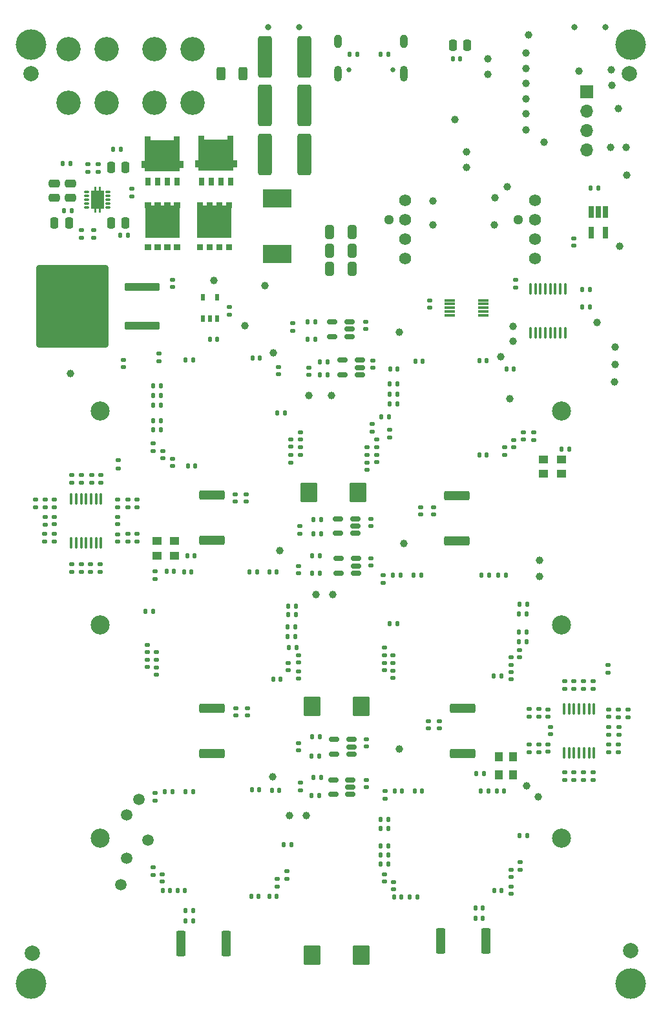
<source format=gbr>
%TF.GenerationSoftware,KiCad,Pcbnew,7.0.6-0*%
%TF.CreationDate,2023-10-22T16:37:53-04:00*%
%TF.ProjectId,bitaxeUltraHex,62697461-7865-4556-9c74-72614865782e,0.9*%
%TF.SameCoordinates,Original*%
%TF.FileFunction,Soldermask,Bot*%
%TF.FilePolarity,Negative*%
%FSLAX46Y46*%
G04 Gerber Fmt 4.6, Leading zero omitted, Abs format (unit mm)*
G04 Created by KiCad (PCBNEW 7.0.6-0) date 2023-10-22 16:37:53*
%MOMM*%
%LPD*%
G01*
G04 APERTURE LIST*
G04 Aperture macros list*
%AMRoundRect*
0 Rectangle with rounded corners*
0 $1 Rounding radius*
0 $2 $3 $4 $5 $6 $7 $8 $9 X,Y pos of 4 corners*
0 Add a 4 corners polygon primitive as box body*
4,1,4,$2,$3,$4,$5,$6,$7,$8,$9,$2,$3,0*
0 Add four circle primitives for the rounded corners*
1,1,$1+$1,$2,$3*
1,1,$1+$1,$4,$5*
1,1,$1+$1,$6,$7*
1,1,$1+$1,$8,$9*
0 Add four rect primitives between the rounded corners*
20,1,$1+$1,$2,$3,$4,$5,0*
20,1,$1+$1,$4,$5,$6,$7,0*
20,1,$1+$1,$6,$7,$8,$9,0*
20,1,$1+$1,$8,$9,$2,$3,0*%
%AMFreePoly0*
4,1,17,-2.699995,4.191000,0.495300,4.191000,0.495300,3.429000,0.000000,3.429000,0.000000,0.381000,0.495300,0.381000,0.495300,-0.381000,-2.699995,-0.381000,-2.699995,-0.875995,-3.604995,-0.875995,-3.604995,-0.381000,-4.029995,-0.381000,-4.029995,4.191000,-3.604995,4.191000,-3.604995,4.685995,-2.699995,4.685995,-2.699995,4.191000,-2.699995,4.191000,$1*%
%AMFreePoly1*
4,1,45,-0.199646,1.700354,-0.199500,1.700000,-0.199500,1.200500,0.199500,1.200500,0.199500,1.700000,0.199646,1.700354,0.200000,1.700500,0.450000,1.700500,0.450354,1.700354,0.450500,1.700000,0.450500,1.200500,0.825000,1.200500,0.825354,1.200354,0.825500,1.200000,0.825500,-1.200000,0.825354,-1.200354,0.825000,-1.200500,0.450500,-1.200500,0.450500,-1.700000,0.450354,-1.700354,
0.450000,-1.700500,0.200000,-1.700500,0.199646,-1.700354,0.199500,-1.700000,0.199500,-1.200500,-0.199500,-1.200500,-0.199500,-1.700000,-0.199646,-1.700354,-0.200000,-1.700500,-0.450000,-1.700500,-0.450354,-1.700354,-0.450500,-1.700000,-0.450500,-1.200500,-0.825000,-1.200500,-0.825354,-1.200354,-0.825500,-1.200000,-0.825500,1.200000,-0.825354,1.200354,-0.825000,1.200500,-0.450500,1.200500,
-0.450500,1.700000,-0.450354,1.700354,-0.450000,1.700500,-0.200000,1.700500,-0.199646,1.700354,-0.199646,1.700354,$1*%
G04 Aperture macros list end*
%ADD10C,2.500000*%
%ADD11C,4.000000*%
%ADD12C,0.990600*%
%ADD13C,3.200000*%
%ADD14C,1.295400*%
%ADD15C,1.574800*%
%ADD16C,0.800000*%
%ADD17R,1.700000X1.700000*%
%ADD18O,1.700000X1.700000*%
%ADD19C,0.650000*%
%ADD20O,1.000000X2.100000*%
%ADD21O,1.000000X1.800000*%
%ADD22RoundRect,0.135000X0.135000X0.185000X-0.135000X0.185000X-0.135000X-0.185000X0.135000X-0.185000X0*%
%ADD23RoundRect,0.140000X0.170000X-0.140000X0.170000X0.140000X-0.170000X0.140000X-0.170000X-0.140000X0*%
%ADD24RoundRect,0.250000X-0.325000X-0.650000X0.325000X-0.650000X0.325000X0.650000X-0.325000X0.650000X0*%
%ADD25RoundRect,0.140000X-0.170000X0.140000X-0.170000X-0.140000X0.170000X-0.140000X0.170000X0.140000X0*%
%ADD26RoundRect,0.140000X0.140000X0.170000X-0.140000X0.170000X-0.140000X-0.170000X0.140000X-0.170000X0*%
%ADD27C,1.000000*%
%ADD28RoundRect,0.135000X0.185000X-0.135000X0.185000X0.135000X-0.185000X0.135000X-0.185000X-0.135000X0*%
%ADD29RoundRect,0.250000X0.475000X-0.250000X0.475000X0.250000X-0.475000X0.250000X-0.475000X-0.250000X0*%
%ADD30RoundRect,0.250000X-0.875000X-1.025000X0.875000X-1.025000X0.875000X1.025000X-0.875000X1.025000X0*%
%ADD31RoundRect,0.140000X-0.140000X-0.170000X0.140000X-0.170000X0.140000X0.170000X-0.140000X0.170000X0*%
%ADD32RoundRect,0.150000X0.512500X0.150000X-0.512500X0.150000X-0.512500X-0.150000X0.512500X-0.150000X0*%
%ADD33RoundRect,0.135000X-0.135000X-0.185000X0.135000X-0.185000X0.135000X0.185000X-0.135000X0.185000X0*%
%ADD34RoundRect,0.250000X-0.650000X-2.450000X0.650000X-2.450000X0.650000X2.450000X-0.650000X2.450000X0*%
%ADD35R,0.650000X1.560000*%
%ADD36RoundRect,0.250000X-0.312500X-0.625000X0.312500X-0.625000X0.312500X0.625000X-0.312500X0.625000X0*%
%ADD37RoundRect,0.135000X-0.185000X0.135000X-0.185000X-0.135000X0.185000X-0.135000X0.185000X0.135000X0*%
%ADD38C,1.500000*%
%ADD39RoundRect,0.100000X0.100000X-0.637500X0.100000X0.637500X-0.100000X0.637500X-0.100000X-0.637500X0*%
%ADD40C,2.000000*%
%ADD41R,0.558800X0.952500*%
%ADD42R,3.700000X2.420000*%
%ADD43RoundRect,0.250000X0.250000X0.475000X-0.250000X0.475000X-0.250000X-0.475000X0.250000X-0.475000X0*%
%ADD44R,0.762000X0.990600*%
%ADD45FreePoly0,90.000000*%
%ADD46R,1.300000X1.100000*%
%ADD47R,1.400000X0.300000*%
%ADD48RoundRect,0.250000X-0.362500X-1.425000X0.362500X-1.425000X0.362500X1.425000X-0.362500X1.425000X0*%
%ADD49RoundRect,0.250000X-0.250000X-0.475000X0.250000X-0.475000X0.250000X0.475000X-0.250000X0.475000X0*%
%ADD50R,0.650000X0.630000*%
%ADD51R,4.500000X4.300000*%
%ADD52RoundRect,0.250000X1.425000X-0.362500X1.425000X0.362500X-1.425000X0.362500X-1.425000X-0.362500X0*%
%ADD53RoundRect,0.250000X0.362500X1.425000X-0.362500X1.425000X-0.362500X-1.425000X0.362500X-1.425000X0*%
%ADD54R,1.100000X1.300000*%
%ADD55RoundRect,0.250000X2.050000X0.300000X-2.050000X0.300000X-2.050000X-0.300000X2.050000X-0.300000X0*%
%ADD56RoundRect,0.250002X4.449998X5.149998X-4.449998X5.149998X-4.449998X-5.149998X4.449998X-5.149998X0*%
%ADD57RoundRect,0.007874X-0.292126X-0.112126X0.292126X-0.112126X0.292126X0.112126X-0.292126X0.112126X0*%
%ADD58C,0.400000*%
%ADD59FreePoly1,0.000000*%
G04 APERTURE END LIST*
%TO.C,Q2*%
G36*
X68690000Y-75920072D02*
G01*
X67900000Y-75920072D01*
X67900000Y-75150072D01*
X68690000Y-75150072D01*
X68690000Y-75920072D01*
G37*
G36*
X69960000Y-75920072D02*
G01*
X69170000Y-75920072D01*
X69170000Y-75150072D01*
X69960000Y-75150072D01*
X69960000Y-75920072D01*
G37*
G36*
X71230000Y-75920072D02*
G01*
X70440000Y-75920072D01*
X70440000Y-75150072D01*
X71230000Y-75150072D01*
X71230000Y-75920072D01*
G37*
G36*
X72500000Y-75920072D02*
G01*
X71710000Y-75920072D01*
X71710000Y-75150072D01*
X72500000Y-75150072D01*
X72500000Y-75920072D01*
G37*
G36*
X68690000Y-70449928D02*
G01*
X67900000Y-70449928D01*
X67900000Y-69679928D01*
X68690000Y-69679928D01*
X68690000Y-70449928D01*
G37*
G36*
X69960000Y-70449928D02*
G01*
X69170000Y-70449928D01*
X69170000Y-69679928D01*
X69960000Y-69679928D01*
X69960000Y-70449928D01*
G37*
G36*
X71230000Y-70449928D02*
G01*
X70440000Y-70449928D01*
X70440000Y-69679928D01*
X71230000Y-69679928D01*
X71230000Y-70449928D01*
G37*
G36*
X72500000Y-70449928D02*
G01*
X71710000Y-70449928D01*
X71710000Y-69679928D01*
X72500000Y-69679928D01*
X72500000Y-70449928D01*
G37*
G36*
X70200000Y-74345199D02*
G01*
X67970001Y-74345199D01*
X67970001Y-70054799D01*
X70200000Y-70054799D01*
X70200000Y-74345199D01*
G37*
G36*
X72429999Y-74345199D02*
G01*
X70200000Y-74345199D01*
X70200000Y-70054799D01*
X72429999Y-70054799D01*
X72429999Y-74345199D01*
G37*
%TO.C,Q4*%
G36*
X75490000Y-75920072D02*
G01*
X74700000Y-75920072D01*
X74700000Y-75150072D01*
X75490000Y-75150072D01*
X75490000Y-75920072D01*
G37*
G36*
X76760000Y-75920072D02*
G01*
X75970000Y-75920072D01*
X75970000Y-75150072D01*
X76760000Y-75150072D01*
X76760000Y-75920072D01*
G37*
G36*
X78030000Y-75920072D02*
G01*
X77240000Y-75920072D01*
X77240000Y-75150072D01*
X78030000Y-75150072D01*
X78030000Y-75920072D01*
G37*
G36*
X79300000Y-75920072D02*
G01*
X78510000Y-75920072D01*
X78510000Y-75150072D01*
X79300000Y-75150072D01*
X79300000Y-75920072D01*
G37*
G36*
X75490000Y-70449928D02*
G01*
X74700000Y-70449928D01*
X74700000Y-69679928D01*
X75490000Y-69679928D01*
X75490000Y-70449928D01*
G37*
G36*
X76760000Y-70449928D02*
G01*
X75970000Y-70449928D01*
X75970000Y-69679928D01*
X76760000Y-69679928D01*
X76760000Y-70449928D01*
G37*
G36*
X78030000Y-70449928D02*
G01*
X77240000Y-70449928D01*
X77240000Y-69679928D01*
X78030000Y-69679928D01*
X78030000Y-70449928D01*
G37*
G36*
X79300000Y-70449928D02*
G01*
X78510000Y-70449928D01*
X78510000Y-69679928D01*
X79300000Y-69679928D01*
X79300000Y-70449928D01*
G37*
G36*
X77000000Y-74345199D02*
G01*
X74770001Y-74345199D01*
X74770001Y-70054799D01*
X77000000Y-70054799D01*
X77000000Y-74345199D01*
G37*
G36*
X79229999Y-74345199D02*
G01*
X77000000Y-74345199D01*
X77000000Y-70054799D01*
X79229999Y-70054799D01*
X79229999Y-74345199D01*
G37*
%TD*%
D10*
%TO.C,H10*%
X122500000Y-153000000D03*
%TD*%
%TO.C,H9*%
X62000000Y-153000000D03*
%TD*%
%TO.C,H8*%
X122500000Y-125000000D03*
%TD*%
%TO.C,H7*%
X62000000Y-125000000D03*
%TD*%
%TO.C,H6*%
X122500000Y-97000000D03*
%TD*%
%TO.C,H5*%
X62000000Y-97000000D03*
%TD*%
D11*
%TO.C,H4*%
X131500000Y-172000000D03*
%TD*%
%TO.C,H3*%
X53000000Y-172000000D03*
%TD*%
%TO.C,H2*%
X131500000Y-49020000D03*
%TD*%
%TO.C,H1*%
X52970000Y-49020000D03*
%TD*%
D12*
%TO.C,J3*%
X129900000Y-57360000D03*
X130916000Y-62440000D03*
X128884000Y-62440000D03*
%TD*%
D13*
%TO.C,J2*%
X62900000Y-56586000D03*
X62900000Y-49586000D03*
X57900000Y-56586000D03*
X57900000Y-49586000D03*
%TD*%
%TO.C,J1*%
X74128000Y-56586000D03*
X74128000Y-49586000D03*
X69128000Y-56586000D03*
X69128000Y-49586000D03*
%TD*%
D14*
%TO.C,J6*%
X116839999Y-71920000D03*
D15*
X119000000Y-77000000D03*
X119000000Y-74460000D03*
X119000000Y-71920000D03*
X119000000Y-69380000D03*
%TD*%
D16*
%TO.C,SW2*%
X124175000Y-46700000D03*
X128225000Y-46700000D03*
%TD*%
D14*
%TO.C,J5*%
X99839999Y-71920000D03*
D15*
X102000000Y-77000000D03*
X102000000Y-74460000D03*
X102000000Y-71920000D03*
X102000000Y-69380000D03*
%TD*%
D16*
%TO.C,SW1*%
X84075000Y-46700000D03*
X88125000Y-46700000D03*
%TD*%
D17*
%TO.C,J7*%
X125800000Y-55200000D03*
D18*
X125800000Y-57740000D03*
X125800000Y-60280000D03*
X125800000Y-62820000D03*
%TD*%
D19*
%TO.C,J4*%
X100400000Y-52300000D03*
X94620000Y-52300000D03*
D20*
X101830000Y-52800000D03*
D21*
X101830000Y-48620000D03*
D20*
X93190000Y-52800000D03*
D21*
X93190000Y-48620000D03*
%TD*%
D22*
%TO.C,R36*%
X70010000Y-99500000D03*
X68990000Y-99500000D03*
%TD*%
D23*
%TO.C,C48*%
X98250000Y-103730000D03*
X98250000Y-102770000D03*
%TD*%
D24*
%TO.C,C21*%
X92125000Y-76000000D03*
X95075000Y-76000000D03*
%TD*%
D25*
%TO.C,C44*%
X97800000Y-90420000D03*
X97800000Y-91380000D03*
%TD*%
D26*
%TO.C,C104*%
X71680000Y-118000000D03*
X70720000Y-118000000D03*
%TD*%
D23*
%TO.C,C97*%
X69400000Y-131580000D03*
X69400000Y-130620000D03*
%TD*%
D27*
%TO.C,TP33*%
X119400000Y-147600000D03*
%TD*%
D28*
%TO.C,R63*%
X53600000Y-109610000D03*
X53600000Y-108590000D03*
%TD*%
D29*
%TO.C,C7*%
X58099000Y-69088000D03*
X58099000Y-67188000D03*
%TD*%
D27*
%TO.C,TP4*%
X83600000Y-80600000D03*
%TD*%
D30*
%TO.C,C150*%
X89800000Y-168300000D03*
X96200000Y-168300000D03*
%TD*%
D28*
%TO.C,R7*%
X59600000Y-74310000D03*
X59600000Y-73290000D03*
%TD*%
D31*
%TO.C,C147*%
X111220000Y-162100000D03*
X112180000Y-162100000D03*
%TD*%
D23*
%TO.C,C122*%
X100500000Y-159660000D03*
X100500000Y-158700000D03*
%TD*%
D32*
%TO.C,U25*%
X94837500Y-145350000D03*
X94837500Y-146300000D03*
X94837500Y-147250000D03*
X92562500Y-147250000D03*
X92562500Y-145350000D03*
%TD*%
D28*
%TO.C,R50*%
X65630000Y-114130000D03*
X65630000Y-113110000D03*
%TD*%
D27*
%TO.C,TP35*%
X84600000Y-144900000D03*
%TD*%
%TO.C,TP11*%
X127100000Y-85400000D03*
%TD*%
D33*
%TO.C,R54*%
X89790000Y-118300000D03*
X90810000Y-118300000D03*
%TD*%
D23*
%TO.C,C83*%
X86700000Y-130980000D03*
X86700000Y-130020000D03*
%TD*%
D26*
%TO.C,C60*%
X74480000Y-104200000D03*
X73520000Y-104200000D03*
%TD*%
D34*
%TO.C,C1*%
X83650000Y-50600000D03*
X88750000Y-50600000D03*
%TD*%
D27*
%TO.C,TP50*%
X117800000Y-56100000D03*
%TD*%
D23*
%TO.C,C123*%
X99300000Y-158660000D03*
X99300000Y-157700000D03*
%TD*%
D28*
%TO.C,R103*%
X131180000Y-137130000D03*
X131180000Y-136110000D03*
%TD*%
D27*
%TO.C,TP31*%
X90300000Y-121100000D03*
%TD*%
D22*
%TO.C,R92*%
X87110000Y-153800000D03*
X86090000Y-153800000D03*
%TD*%
D28*
%TO.C,R93*%
X118230000Y-137100000D03*
X118230000Y-136080000D03*
%TD*%
D27*
%TO.C,TP22*%
X114500000Y-89900000D03*
%TD*%
D35*
%TO.C,U5*%
X126350000Y-70950000D03*
X127300000Y-70950000D03*
X128250000Y-70950000D03*
X128250000Y-73650000D03*
X126350000Y-73650000D03*
%TD*%
D25*
%TO.C,C136*%
X128680000Y-138440000D03*
X128680000Y-139400000D03*
%TD*%
%TO.C,C72*%
X64330000Y-113160000D03*
X64330000Y-114120000D03*
%TD*%
D26*
%TO.C,C58*%
X82980000Y-90100000D03*
X82020000Y-90100000D03*
%TD*%
D36*
%TO.C,R1*%
X77837500Y-52800000D03*
X80762500Y-52800000D03*
%TD*%
D37*
%TO.C,R65*%
X58300000Y-105377500D03*
X58300000Y-106397500D03*
%TD*%
D23*
%TO.C,C3*%
X71500000Y-80780000D03*
X71500000Y-79820000D03*
%TD*%
D25*
%TO.C,C79*%
X88200000Y-112120000D03*
X88200000Y-113080000D03*
%TD*%
D31*
%TO.C,C82*%
X100420000Y-118500000D03*
X101380000Y-118500000D03*
%TD*%
%TO.C,C27*%
X125220000Y-83400000D03*
X126180000Y-83400000D03*
%TD*%
D27*
%TO.C,TP21*%
X115700000Y-95400000D03*
%TD*%
D26*
%TO.C,C43*%
X112680000Y-102800000D03*
X111720000Y-102800000D03*
%TD*%
D22*
%TO.C,R70*%
X87710000Y-122600000D03*
X86690000Y-122600000D03*
%TD*%
D27*
%TO.C,TP15*%
X129100000Y-54300000D03*
%TD*%
D22*
%TO.C,R91*%
X99810000Y-156400000D03*
X98790000Y-156400000D03*
%TD*%
%TO.C,R37*%
X70010000Y-95000000D03*
X68990000Y-95000000D03*
%TD*%
D23*
%TO.C,C50*%
X97000000Y-102730000D03*
X97000000Y-101770000D03*
%TD*%
%TO.C,C105*%
X68200000Y-128600000D03*
X68200000Y-127640000D03*
%TD*%
D38*
%TO.C,TP42*%
X65500000Y-149900000D03*
%TD*%
D27*
%TO.C,TP10*%
X116100000Y-87900000D03*
%TD*%
D39*
%TO.C,U7*%
X122975000Y-86762500D03*
X122325000Y-86762500D03*
X121675000Y-86762500D03*
X121025000Y-86762500D03*
X120375000Y-86762500D03*
X119725000Y-86762500D03*
X119075000Y-86762500D03*
X118425000Y-86762500D03*
X118425000Y-81037500D03*
X119075000Y-81037500D03*
X119725000Y-81037500D03*
X120375000Y-81037500D03*
X121025000Y-81037500D03*
X121675000Y-81037500D03*
X122325000Y-81037500D03*
X122975000Y-81037500D03*
%TD*%
D26*
%TO.C,C133*%
X71160000Y-159800000D03*
X70200000Y-159800000D03*
%TD*%
D22*
%TO.C,R67*%
X87710000Y-123700000D03*
X86690000Y-123700000D03*
%TD*%
D25*
%TO.C,C102*%
X64330000Y-110890000D03*
X64330000Y-111850000D03*
%TD*%
D23*
%TO.C,C81*%
X88000000Y-132080000D03*
X88000000Y-131120000D03*
%TD*%
D32*
%TO.C,U15*%
X94737500Y-85350000D03*
X94737500Y-86300000D03*
X94737500Y-87250000D03*
X92462500Y-87250000D03*
X92462500Y-85350000D03*
%TD*%
D23*
%TO.C,C139*%
X68980000Y-157780000D03*
X68980000Y-156820000D03*
%TD*%
D25*
%TO.C,C74*%
X97500000Y-116320000D03*
X97500000Y-117280000D03*
%TD*%
D23*
%TO.C,C56*%
X85400000Y-92230000D03*
X85400000Y-91270000D03*
%TD*%
D37*
%TO.C,R95*%
X122880000Y-132400000D03*
X122880000Y-133420000D03*
%TD*%
D22*
%TO.C,R6*%
X65710000Y-74000000D03*
X64690000Y-74000000D03*
%TD*%
%TO.C,R61*%
X101010000Y-124900000D03*
X99990000Y-124900000D03*
%TD*%
D25*
%TO.C,C65*%
X69750000Y-89500000D03*
X69750000Y-90460000D03*
%TD*%
D27*
%TO.C,TP49*%
X117800000Y-58100000D03*
%TD*%
D23*
%TO.C,C99*%
X68200000Y-130580000D03*
X68200000Y-129620000D03*
%TD*%
D27*
%TO.C,TP59*%
X110000000Y-63100000D03*
%TD*%
D25*
%TO.C,C78*%
X88000000Y-117320000D03*
X88000000Y-118280000D03*
%TD*%
%TO.C,C121*%
X88000000Y-140520000D03*
X88000000Y-141480000D03*
%TD*%
%TO.C,C55*%
X87000000Y-100750000D03*
X87000000Y-101710000D03*
%TD*%
D27*
%TO.C,TP1*%
X58100000Y-92100000D03*
%TD*%
D25*
%TO.C,C103*%
X56030000Y-110880000D03*
X56030000Y-111840000D03*
%TD*%
D38*
%TO.C,TP40*%
X65500000Y-155600000D03*
%TD*%
D25*
%TO.C,C13*%
X79000000Y-83420000D03*
X79000000Y-84380000D03*
%TD*%
%TO.C,C57*%
X88250000Y-101790000D03*
X88250000Y-102750000D03*
%TD*%
D23*
%TO.C,C96*%
X64330000Y-109600000D03*
X64330000Y-108640000D03*
%TD*%
D37*
%TO.C,R75*%
X65630000Y-108610000D03*
X65630000Y-109630000D03*
%TD*%
D23*
%TO.C,C94*%
X79800000Y-136880000D03*
X79800000Y-135920000D03*
%TD*%
D40*
%TO.C,FID2*%
X53100000Y-168060000D03*
%TD*%
D26*
%TO.C,C138*%
X71480000Y-146900000D03*
X70520000Y-146900000D03*
%TD*%
%TO.C,C116*%
X103580000Y-160700000D03*
X102620000Y-160700000D03*
%TD*%
D33*
%TO.C,R55*%
X89990000Y-113100000D03*
X91010000Y-113100000D03*
%TD*%
D22*
%TO.C,R39*%
X70010000Y-98250000D03*
X68990000Y-98250000D03*
%TD*%
D27*
%TO.C,TP53*%
X117800000Y-50100000D03*
%TD*%
D26*
%TO.C,C109*%
X112880000Y-146800000D03*
X111920000Y-146800000D03*
%TD*%
%TO.C,C128*%
X85180000Y-160620000D03*
X84220000Y-160620000D03*
%TD*%
D23*
%TO.C,C141*%
X81200000Y-108880000D03*
X81200000Y-107920000D03*
%TD*%
D25*
%TO.C,C86*%
X100400000Y-129040000D03*
X100400000Y-130000000D03*
%TD*%
D27*
%TO.C,TP2*%
X76900000Y-79900000D03*
%TD*%
D39*
%TO.C,U23*%
X126730000Y-141762500D03*
X126080000Y-141762500D03*
X125430000Y-141762500D03*
X124780000Y-141762500D03*
X124130000Y-141762500D03*
X123480000Y-141762500D03*
X122830000Y-141762500D03*
X122830000Y-136037500D03*
X123480000Y-136037500D03*
X124130000Y-136037500D03*
X124780000Y-136037500D03*
X125430000Y-136037500D03*
X126080000Y-136037500D03*
X126730000Y-136037500D03*
%TD*%
%TO.C,U18*%
X62150000Y-114250000D03*
X61500000Y-114250000D03*
X60850000Y-114250000D03*
X60200000Y-114250000D03*
X59550000Y-114250000D03*
X58900000Y-114250000D03*
X58250000Y-114250000D03*
X58250000Y-108525000D03*
X58900000Y-108525000D03*
X59550000Y-108525000D03*
X60200000Y-108525000D03*
X60850000Y-108525000D03*
X61500000Y-108525000D03*
X62150000Y-108525000D03*
%TD*%
D27*
%TO.C,TP44*%
X129500000Y-88600000D03*
%TD*%
D41*
%TO.C,U2*%
X77339800Y-84877950D03*
X76400000Y-84877950D03*
X75460200Y-84877950D03*
X75460200Y-82122050D03*
X77339800Y-82122050D03*
%TD*%
D28*
%TO.C,R10*%
X60400000Y-65710000D03*
X60400000Y-64690000D03*
%TD*%
D31*
%TO.C,C151*%
X111320000Y-144500000D03*
X112280000Y-144500000D03*
%TD*%
D27*
%TO.C,TP26*%
X92300000Y-95000000D03*
%TD*%
D23*
%TO.C,C143*%
X79700000Y-108880000D03*
X79700000Y-107920000D03*
%TD*%
D26*
%TO.C,C146*%
X74180000Y-162500000D03*
X73220000Y-162500000D03*
%TD*%
D25*
%TO.C,C120*%
X88300000Y-145720000D03*
X88300000Y-146680000D03*
%TD*%
D27*
%TO.C,TP5*%
X81000000Y-85800000D03*
%TD*%
D33*
%TO.C,R25*%
X89190000Y-87600000D03*
X90210000Y-87600000D03*
%TD*%
D42*
%TO.C,L1*%
X85200000Y-69180000D03*
X85200000Y-76420000D03*
%TD*%
D25*
%TO.C,C124*%
X86500000Y-157320000D03*
X86500000Y-158280000D03*
%TD*%
D22*
%TO.C,R30*%
X99910000Y-97800000D03*
X98890000Y-97800000D03*
%TD*%
D26*
%TO.C,C132*%
X73160000Y-159800000D03*
X72200000Y-159800000D03*
%TD*%
D33*
%TO.C,R109*%
X116990000Y-152600000D03*
X118010000Y-152600000D03*
%TD*%
D25*
%TO.C,C108*%
X115900000Y-157140000D03*
X115900000Y-158100000D03*
%TD*%
D26*
%TO.C,C68*%
X115180000Y-118500000D03*
X114220000Y-118500000D03*
%TD*%
%TO.C,C70*%
X112980000Y-118500000D03*
X112020000Y-118500000D03*
%TD*%
D33*
%TO.C,R19*%
X94690000Y-50300000D03*
X95710000Y-50300000D03*
%TD*%
D27*
%TO.C,TP34*%
X117900000Y-146100000D03*
%TD*%
D31*
%TO.C,C149*%
X111220000Y-163500000D03*
X112180000Y-163500000D03*
%TD*%
D43*
%TO.C,C15*%
X65350000Y-72400000D03*
X63450000Y-72400000D03*
%TD*%
D27*
%TO.C,TP32*%
X92500000Y-121100000D03*
%TD*%
D28*
%TO.C,R22*%
X118800000Y-100810000D03*
X118800000Y-99790000D03*
%TD*%
D40*
%TO.C,FID8*%
X131410000Y-52800000D03*
%TD*%
D37*
%TO.C,R105*%
X126630000Y-132400000D03*
X126630000Y-133420000D03*
%TD*%
D30*
%TO.C,C145*%
X89400000Y-107700000D03*
X95800000Y-107700000D03*
%TD*%
D23*
%TO.C,C84*%
X88000000Y-129980000D03*
X88000000Y-129020000D03*
%TD*%
D25*
%TO.C,C38*%
X117500000Y-99790000D03*
X117500000Y-100750000D03*
%TD*%
D28*
%TO.C,R81*%
X129930000Y-141730000D03*
X129930000Y-140710000D03*
%TD*%
%TO.C,R107*%
X69196000Y-148110000D03*
X69196000Y-147090000D03*
%TD*%
D23*
%TO.C,C101*%
X69400000Y-129580000D03*
X69400000Y-128620000D03*
%TD*%
D38*
%TO.C,TP43*%
X67100000Y-147900000D03*
%TD*%
D23*
%TO.C,C95*%
X106500000Y-138580000D03*
X106500000Y-137620000D03*
%TD*%
D37*
%TO.C,R64*%
X59600000Y-105390000D03*
X59600000Y-106410000D03*
%TD*%
D44*
%TO.C,Q3*%
X79105000Y-66983294D03*
X77835000Y-66983294D03*
X76565000Y-66983294D03*
X75295000Y-66983294D03*
D45*
X79105000Y-61488298D03*
%TD*%
D23*
%TO.C,C135*%
X70180000Y-158680000D03*
X70180000Y-157720000D03*
%TD*%
D25*
%TO.C,C54*%
X88250000Y-99790000D03*
X88250000Y-100750000D03*
%TD*%
D27*
%TO.C,TP20*%
X113800000Y-69100000D03*
%TD*%
D26*
%TO.C,C140*%
X74380000Y-116000000D03*
X73420000Y-116000000D03*
%TD*%
D24*
%TO.C,C20*%
X92125000Y-73600000D03*
X95075000Y-73600000D03*
%TD*%
D40*
%TO.C,FID6*%
X52970000Y-52800000D03*
%TD*%
D22*
%TO.C,R97*%
X99810000Y-151700000D03*
X98790000Y-151700000D03*
%TD*%
D27*
%TO.C,TP25*%
X89400000Y-95000000D03*
%TD*%
D28*
%TO.C,R84*%
X122880000Y-145400000D03*
X122880000Y-144380000D03*
%TD*%
D46*
%TO.C,U17*%
X122450000Y-105250000D03*
X120150000Y-105250000D03*
X120150000Y-103350000D03*
X122450000Y-103350000D03*
%TD*%
D37*
%TO.C,R44*%
X66880000Y-113110000D03*
X66880000Y-114130000D03*
%TD*%
D25*
%TO.C,C45*%
X96800000Y-85320000D03*
X96800000Y-86280000D03*
%TD*%
D28*
%TO.C,R83*%
X124130000Y-145400000D03*
X124130000Y-144380000D03*
%TD*%
%TO.C,R72*%
X66880000Y-109630000D03*
X66880000Y-108610000D03*
%TD*%
D22*
%TO.C,R101*%
X99810000Y-150500000D03*
X98790000Y-150500000D03*
%TD*%
D47*
%TO.C,U12*%
X107800000Y-84500000D03*
X107800000Y-84000000D03*
X107800000Y-83500000D03*
X107800000Y-83000000D03*
X107800000Y-82500000D03*
X112200000Y-82500000D03*
X112200000Y-83000000D03*
X112200000Y-83500000D03*
X112200000Y-84000000D03*
X112200000Y-84500000D03*
%TD*%
D22*
%TO.C,R96*%
X99810000Y-154000000D03*
X98790000Y-154000000D03*
%TD*%
D31*
%TO.C,C46*%
X103320000Y-90500000D03*
X104280000Y-90500000D03*
%TD*%
D22*
%TO.C,R18*%
X99810000Y-50300000D03*
X98790000Y-50300000D03*
%TD*%
D48*
%TO.C,R99*%
X106637500Y-166400000D03*
X112562500Y-166400000D03*
%TD*%
D22*
%TO.C,R28*%
X90210000Y-85300000D03*
X89190000Y-85300000D03*
%TD*%
D32*
%TO.C,U21*%
X95437500Y-111150000D03*
X95437500Y-112100000D03*
X95437500Y-113050000D03*
X93162500Y-113050000D03*
X93162500Y-111150000D03*
%TD*%
D25*
%TO.C,C114*%
X96900000Y-140020000D03*
X96900000Y-140980000D03*
%TD*%
D26*
%TO.C,C107*%
X114980000Y-146800000D03*
X114020000Y-146800000D03*
%TD*%
D22*
%TO.C,R27*%
X91810000Y-90600000D03*
X90790000Y-90600000D03*
%TD*%
D49*
%TO.C,C23*%
X108250000Y-49100000D03*
X110150000Y-49100000D03*
%TD*%
D27*
%TO.C,TP24*%
X101200000Y-86700000D03*
%TD*%
D37*
%TO.C,R77*%
X64400000Y-103490000D03*
X64400000Y-104510000D03*
%TD*%
D27*
%TO.C,TP27*%
X119600000Y-118700000D03*
%TD*%
D26*
%TO.C,C41*%
X112680000Y-90400000D03*
X111720000Y-90400000D03*
%TD*%
D27*
%TO.C,TP16*%
X131000000Y-66100000D03*
%TD*%
D26*
%TO.C,C10*%
X58280000Y-70800000D03*
X57320000Y-70800000D03*
%TD*%
D22*
%TO.C,R17*%
X69010000Y-123300000D03*
X67990000Y-123300000D03*
%TD*%
D23*
%TO.C,C66*%
X69000000Y-102230000D03*
X69000000Y-101270000D03*
%TD*%
D25*
%TO.C,C12*%
X65100000Y-90320000D03*
X65100000Y-91280000D03*
%TD*%
D32*
%TO.C,U26*%
X94937500Y-140050000D03*
X94937500Y-141000000D03*
X94937500Y-141950000D03*
X92662500Y-141950000D03*
X92662500Y-140050000D03*
%TD*%
D23*
%TO.C,C131*%
X128680000Y-137100000D03*
X128680000Y-136140000D03*
%TD*%
D37*
%TO.C,R14*%
X116500000Y-79790000D03*
X116500000Y-80810000D03*
%TD*%
D27*
%TO.C,TP12*%
X116100000Y-85900000D03*
%TD*%
D26*
%TO.C,C87*%
X85180000Y-118100000D03*
X84220000Y-118100000D03*
%TD*%
D31*
%TO.C,C77*%
X84720000Y-132120000D03*
X85680000Y-132120000D03*
%TD*%
%TO.C,C100*%
X73020000Y-118100000D03*
X73980000Y-118100000D03*
%TD*%
D46*
%TO.C,U8*%
X71750000Y-115950000D03*
X69450000Y-115950000D03*
X69450000Y-114050000D03*
X71750000Y-114050000D03*
%TD*%
D25*
%TO.C,C117*%
X120730000Y-140710000D03*
X120730000Y-141670000D03*
%TD*%
D40*
%TO.C,FID4*%
X131570000Y-167670000D03*
%TD*%
D37*
%TO.C,R73*%
X60900000Y-105377500D03*
X60900000Y-106397500D03*
%TD*%
%TO.C,R102*%
X119480000Y-136080000D03*
X119480000Y-137100000D03*
%TD*%
D28*
%TO.C,R80*%
X126630000Y-145400000D03*
X126630000Y-144380000D03*
%TD*%
%TO.C,R78*%
X129980000Y-139410000D03*
X129980000Y-138390000D03*
%TD*%
D23*
%TO.C,C53*%
X98250000Y-101730000D03*
X98250000Y-100770000D03*
%TD*%
D25*
%TO.C,C14*%
X66200000Y-67920000D03*
X66200000Y-68880000D03*
%TD*%
D31*
%TO.C,C134*%
X73220000Y-146900000D03*
X74180000Y-146900000D03*
%TD*%
D27*
%TO.C,TP19*%
X105600000Y-69500000D03*
%TD*%
D50*
%TO.C,Q2*%
X72105000Y-75535072D03*
X70835000Y-75535072D03*
X69565000Y-75535072D03*
X68295000Y-75535072D03*
D51*
X70200000Y-72200000D03*
D50*
X68295000Y-70064928D03*
X69565000Y-70064928D03*
X70835000Y-70064928D03*
X72105000Y-70064928D03*
%TD*%
D25*
%TO.C,C80*%
X56030000Y-113130000D03*
X56030000Y-114090000D03*
%TD*%
D27*
%TO.C,TP8*%
X112800000Y-52900000D03*
%TD*%
D23*
%TO.C,C64*%
X70250000Y-103230000D03*
X70250000Y-102270000D03*
%TD*%
D27*
%TO.C,TP58*%
X115400000Y-67600000D03*
%TD*%
D33*
%TO.C,R87*%
X89690000Y-142200000D03*
X90710000Y-142200000D03*
%TD*%
D26*
%TO.C,C118*%
X101480000Y-160700000D03*
X100520000Y-160700000D03*
%TD*%
D27*
%TO.C,TP57*%
X110000000Y-65100000D03*
%TD*%
D22*
%TO.C,R66*%
X87610000Y-125300000D03*
X86590000Y-125300000D03*
%TD*%
D27*
%TO.C,TP36*%
X101200000Y-141300000D03*
%TD*%
D22*
%TO.C,R33*%
X101010000Y-94800000D03*
X99990000Y-94800000D03*
%TD*%
D52*
%TO.C,R62*%
X76700000Y-141862500D03*
X76700000Y-135937500D03*
%TD*%
D26*
%TO.C,C39*%
X116230000Y-91500000D03*
X115270000Y-91500000D03*
%TD*%
D25*
%TO.C,C52*%
X87300000Y-85520000D03*
X87300000Y-86480000D03*
%TD*%
D27*
%TO.C,TP30*%
X101800000Y-114400000D03*
%TD*%
%TO.C,TP29*%
X85600000Y-115300000D03*
%TD*%
D53*
%TO.C,R98*%
X78562500Y-166800000D03*
X72637500Y-166800000D03*
%TD*%
D27*
%TO.C,TP13*%
X118200000Y-47700000D03*
%TD*%
D25*
%TO.C,C67*%
X117000000Y-128300000D03*
X117000000Y-129260000D03*
%TD*%
%TO.C,C125*%
X85200000Y-158340000D03*
X85200000Y-159300000D03*
%TD*%
D22*
%TO.C,R57*%
X91010000Y-111200000D03*
X89990000Y-111200000D03*
%TD*%
D27*
%TO.C,TP23*%
X84700000Y-89400000D03*
%TD*%
D28*
%TO.C,R52*%
X59550000Y-118100000D03*
X59550000Y-117080000D03*
%TD*%
D22*
%TO.C,R69*%
X87610000Y-126600000D03*
X86590000Y-126600000D03*
%TD*%
D25*
%TO.C,C71*%
X115900000Y-131220000D03*
X115900000Y-132180000D03*
%TD*%
%TO.C,C113*%
X96900000Y-145320000D03*
X96900000Y-146280000D03*
%TD*%
D23*
%TO.C,C127*%
X120730000Y-137070000D03*
X120730000Y-136110000D03*
%TD*%
D31*
%TO.C,C49*%
X100020000Y-91500000D03*
X100980000Y-91500000D03*
%TD*%
D26*
%TO.C,C130*%
X82780000Y-160600000D03*
X81820000Y-160600000D03*
%TD*%
D28*
%TO.C,R58*%
X99100000Y-119510000D03*
X99100000Y-118490000D03*
%TD*%
D22*
%TO.C,R100*%
X99810000Y-155200000D03*
X98790000Y-155200000D03*
%TD*%
D25*
%TO.C,C92*%
X100400000Y-131040000D03*
X100400000Y-132000000D03*
%TD*%
D28*
%TO.C,R46*%
X62050000Y-118100000D03*
X62050000Y-117080000D03*
%TD*%
D23*
%TO.C,C142*%
X104000000Y-110580000D03*
X104000000Y-109620000D03*
%TD*%
D22*
%TO.C,R90*%
X90810000Y-139700000D03*
X89790000Y-139700000D03*
%TD*%
D37*
%TO.C,R106*%
X129930000Y-136110000D03*
X129930000Y-137130000D03*
%TD*%
D25*
%TO.C,C111*%
X128680000Y-140740000D03*
X128680000Y-141700000D03*
%TD*%
%TO.C,C137*%
X121030000Y-138420000D03*
X121030000Y-139380000D03*
%TD*%
D34*
%TO.C,C6*%
X83650000Y-63400000D03*
X88750000Y-63400000D03*
%TD*%
D32*
%TO.C,U14*%
X96037500Y-90350000D03*
X96037500Y-91300000D03*
X96037500Y-92250000D03*
X93762500Y-92250000D03*
X93762500Y-90350000D03*
%TD*%
D27*
%TO.C,TP48*%
X117800000Y-60200000D03*
%TD*%
D54*
%TO.C,U28*%
X114250000Y-144650000D03*
X114250000Y-142350000D03*
X116150000Y-142350000D03*
X116150000Y-144650000D03*
%TD*%
D28*
%TO.C,R26*%
X100000000Y-100510000D03*
X100000000Y-99490000D03*
%TD*%
D23*
%TO.C,C17*%
X124100000Y-75380000D03*
X124100000Y-74420000D03*
%TD*%
D26*
%TO.C,C148*%
X74180000Y-163800000D03*
X73220000Y-163800000D03*
%TD*%
D52*
%TO.C,R35*%
X76700000Y-113962500D03*
X76700000Y-108037500D03*
%TD*%
D27*
%TO.C,TP18*%
X113700000Y-72600000D03*
%TD*%
D22*
%TO.C,R23*%
X101010000Y-93500000D03*
X99990000Y-93500000D03*
%TD*%
%TO.C,R56*%
X90810000Y-116000000D03*
X89790000Y-116000000D03*
%TD*%
D23*
%TO.C,C47*%
X97000000Y-104730000D03*
X97000000Y-103770000D03*
%TD*%
D25*
%TO.C,C89*%
X99300000Y-130040000D03*
X99300000Y-131000000D03*
%TD*%
%TO.C,C40*%
X116250000Y-100790000D03*
X116250000Y-101750000D03*
%TD*%
%TO.C,C106*%
X117100000Y-156140000D03*
X117100000Y-157100000D03*
%TD*%
D27*
%TO.C,TP37*%
X86800000Y-150000000D03*
%TD*%
%TO.C,TP52*%
X117800000Y-52100000D03*
%TD*%
D26*
%TO.C,C90*%
X82580000Y-118100000D03*
X81620000Y-118100000D03*
%TD*%
D23*
%TO.C,C62*%
X71500000Y-104230000D03*
X71500000Y-103270000D03*
%TD*%
D25*
%TO.C,C51*%
X89400000Y-91320000D03*
X89400000Y-92280000D03*
%TD*%
D37*
%TO.C,R104*%
X125380000Y-132400000D03*
X125380000Y-133420000D03*
%TD*%
D27*
%TO.C,TP14*%
X129000000Y-52300000D03*
%TD*%
D32*
%TO.C,U20*%
X95537500Y-116350000D03*
X95537500Y-117300000D03*
X95537500Y-118250000D03*
X93262500Y-118250000D03*
X93262500Y-116350000D03*
%TD*%
D27*
%TO.C,TP51*%
X117800000Y-54100000D03*
%TD*%
D55*
%TO.C,U1*%
X67525000Y-80772000D03*
D56*
X58375000Y-83312000D03*
D55*
X67525000Y-85852000D03*
%TD*%
D33*
%TO.C,R48*%
X116900000Y-123600000D03*
X117920000Y-123600000D03*
%TD*%
D37*
%TO.C,R108*%
X128600000Y-130290000D03*
X128600000Y-131310000D03*
%TD*%
D33*
%TO.C,R49*%
X116900000Y-127200000D03*
X117920000Y-127200000D03*
%TD*%
%TO.C,R4*%
X57090000Y-64600000D03*
X58110000Y-64600000D03*
%TD*%
D38*
%TO.C,TP39*%
X64700000Y-159100000D03*
%TD*%
D37*
%TO.C,R71*%
X54800000Y-108590000D03*
X54800000Y-109610000D03*
%TD*%
D33*
%TO.C,R86*%
X89690000Y-147400000D03*
X90710000Y-147400000D03*
%TD*%
D31*
%TO.C,C63*%
X73220000Y-90300000D03*
X74180000Y-90300000D03*
%TD*%
D34*
%TO.C,C2*%
X83650000Y-57000000D03*
X88750000Y-57000000D03*
%TD*%
D22*
%TO.C,R29*%
X86260000Y-97250000D03*
X85240000Y-97250000D03*
%TD*%
D52*
%TO.C,R34*%
X108800000Y-114062500D03*
X108800000Y-108137500D03*
%TD*%
D31*
%TO.C,C76*%
X103120000Y-118500000D03*
X104080000Y-118500000D03*
%TD*%
%TO.C,C25*%
X108220000Y-50900000D03*
X109180000Y-50900000D03*
%TD*%
D23*
%TO.C,C91*%
X81300000Y-136880000D03*
X81300000Y-135920000D03*
%TD*%
D28*
%TO.C,R51*%
X54800000Y-111910000D03*
X54800000Y-110890000D03*
%TD*%
D25*
%TO.C,C85*%
X99300000Y-128040000D03*
X99300000Y-129000000D03*
%TD*%
D23*
%TO.C,C31*%
X105200000Y-83480000D03*
X105200000Y-82520000D03*
%TD*%
D31*
%TO.C,C115*%
X103220000Y-146800000D03*
X104180000Y-146800000D03*
%TD*%
D57*
%TO.C,U4*%
X60255000Y-70342000D03*
X60255000Y-69842000D03*
X60255000Y-69312000D03*
X60255000Y-68842000D03*
X60255000Y-68342000D03*
X63055000Y-68342000D03*
X63055000Y-68842000D03*
X63055000Y-69342000D03*
X63055000Y-69842000D03*
X63055000Y-70342000D03*
D58*
X61080000Y-69342000D03*
X61655000Y-68392000D03*
D59*
X61655000Y-69342000D03*
D58*
X61655000Y-70292000D03*
X62230000Y-69342000D03*
%TD*%
D33*
%TO.C,R24*%
X90790000Y-92300000D03*
X91810000Y-92300000D03*
%TD*%
D22*
%TO.C,R89*%
X91010000Y-145000000D03*
X89990000Y-145000000D03*
%TD*%
D26*
%TO.C,C5*%
X77380000Y-87600000D03*
X76420000Y-87600000D03*
%TD*%
D33*
%TO.C,R43*%
X116990000Y-122300000D03*
X118010000Y-122300000D03*
%TD*%
D27*
%TO.C,TP17*%
X105600000Y-72600000D03*
%TD*%
%TO.C,TP28*%
X119600000Y-116600000D03*
%TD*%
D37*
%TO.C,R82*%
X118230000Y-140680000D03*
X118230000Y-141700000D03*
%TD*%
D27*
%TO.C,TP3*%
X130100000Y-75400000D03*
%TD*%
D37*
%TO.C,R9*%
X61800000Y-64690000D03*
X61800000Y-65710000D03*
%TD*%
D43*
%TO.C,C19*%
X65350000Y-65090000D03*
X63450000Y-65090000D03*
%TD*%
D26*
%TO.C,C129*%
X82880000Y-146600000D03*
X81920000Y-146600000D03*
%TD*%
D25*
%TO.C,C59*%
X87000000Y-102790000D03*
X87000000Y-103750000D03*
%TD*%
D37*
%TO.C,R32*%
X97700000Y-98690000D03*
X97700000Y-99710000D03*
%TD*%
D28*
%TO.C,R88*%
X119480000Y-141700000D03*
X119480000Y-140680000D03*
%TD*%
D43*
%TO.C,C8*%
X57950000Y-72400000D03*
X56050000Y-72400000D03*
%TD*%
D44*
%TO.C,Q1*%
X72105000Y-66995001D03*
X70835000Y-66995001D03*
X69565000Y-66995001D03*
X68295000Y-66995001D03*
D45*
X72105000Y-61500005D03*
%TD*%
D27*
%TO.C,TP54*%
X124800000Y-52500000D03*
%TD*%
%TO.C,TP55*%
X108500000Y-58800000D03*
%TD*%
D50*
%TO.C,Q4*%
X78905000Y-75535072D03*
X77635000Y-75535072D03*
X76365000Y-75535072D03*
X75095000Y-75535072D03*
D51*
X77000000Y-72200000D03*
D50*
X75095000Y-70064928D03*
X76365000Y-70064928D03*
X77635000Y-70064928D03*
X78905000Y-70064928D03*
%TD*%
D33*
%TO.C,R60*%
X86790000Y-128020000D03*
X87810000Y-128020000D03*
%TD*%
D31*
%TO.C,C119*%
X100620000Y-146800000D03*
X101580000Y-146800000D03*
%TD*%
D38*
%TO.C,TP41*%
X68300000Y-153200000D03*
%TD*%
D37*
%TO.C,R76*%
X69200000Y-117990000D03*
X69200000Y-119010000D03*
%TD*%
D28*
%TO.C,R85*%
X99400000Y-147810000D03*
X99400000Y-146790000D03*
%TD*%
D27*
%TO.C,TP9*%
X112800000Y-50900000D03*
%TD*%
D28*
%TO.C,R79*%
X125380000Y-145400000D03*
X125380000Y-144380000D03*
%TD*%
D24*
%TO.C,C22*%
X92125000Y-78400000D03*
X95075000Y-78400000D03*
%TD*%
D22*
%TO.C,R31*%
X101010000Y-96100000D03*
X99990000Y-96100000D03*
%TD*%
D25*
%TO.C,C110*%
X115900000Y-159340000D03*
X115900000Y-160300000D03*
%TD*%
%TO.C,C69*%
X115900000Y-129300000D03*
X115900000Y-130260000D03*
%TD*%
D26*
%TO.C,C112*%
X114600000Y-159820000D03*
X113640000Y-159820000D03*
%TD*%
D23*
%TO.C,C88*%
X56030000Y-109590000D03*
X56030000Y-108630000D03*
%TD*%
D27*
%TO.C,TP46*%
X129400000Y-93200000D03*
%TD*%
%TO.C,TP47*%
X120200000Y-61800000D03*
%TD*%
%TO.C,TP45*%
X129500000Y-90900000D03*
%TD*%
D26*
%TO.C,C26*%
X126180000Y-81100000D03*
X125220000Y-81100000D03*
%TD*%
D33*
%TO.C,R47*%
X116900000Y-126000000D03*
X117920000Y-126000000D03*
%TD*%
D52*
%TO.C,R68*%
X109500000Y-141862500D03*
X109500000Y-135937500D03*
%TD*%
D28*
%TO.C,R59*%
X54780000Y-114120000D03*
X54780000Y-113100000D03*
%TD*%
D37*
%TO.C,R94*%
X124130000Y-132400000D03*
X124130000Y-133420000D03*
%TD*%
D22*
%TO.C,R40*%
X70010000Y-96250000D03*
X68990000Y-96250000D03*
%TD*%
D37*
%TO.C,R5*%
X61200000Y-73290000D03*
X61200000Y-74310000D03*
%TD*%
D27*
%TO.C,TP38*%
X89000000Y-150000000D03*
%TD*%
D37*
%TO.C,R45*%
X60800000Y-117090000D03*
X60800000Y-118110000D03*
%TD*%
D30*
%TO.C,C98*%
X89800000Y-135700000D03*
X96200000Y-135700000D03*
%TD*%
D25*
%TO.C,C42*%
X115000000Y-101790000D03*
X115000000Y-102750000D03*
%TD*%
D23*
%TO.C,C144*%
X105700000Y-110580000D03*
X105700000Y-109620000D03*
%TD*%
D37*
%TO.C,R74*%
X62150000Y-105377500D03*
X62150000Y-106397500D03*
%TD*%
D29*
%TO.C,C9*%
X56000000Y-69088000D03*
X56000000Y-67188000D03*
%TD*%
D23*
%TO.C,C93*%
X105000000Y-138580000D03*
X105000000Y-137620000D03*
%TD*%
D26*
%TO.C,C73*%
X114580000Y-131700000D03*
X113620000Y-131700000D03*
%TD*%
D28*
%TO.C,R53*%
X58300000Y-118100000D03*
X58300000Y-117080000D03*
%TD*%
D31*
%TO.C,C16*%
X126320000Y-67800000D03*
X127280000Y-67800000D03*
%TD*%
D26*
%TO.C,C126*%
X85480000Y-146700000D03*
X84520000Y-146700000D03*
%TD*%
D25*
%TO.C,C75*%
X97500000Y-111120000D03*
X97500000Y-112080000D03*
%TD*%
D26*
%TO.C,C61*%
X123480000Y-102000000D03*
X122520000Y-102000000D03*
%TD*%
D22*
%TO.C,R38*%
X70010000Y-93750000D03*
X68990000Y-93750000D03*
%TD*%
D33*
%TO.C,R8*%
X63690000Y-62700000D03*
X64710000Y-62700000D03*
%TD*%
M02*

</source>
